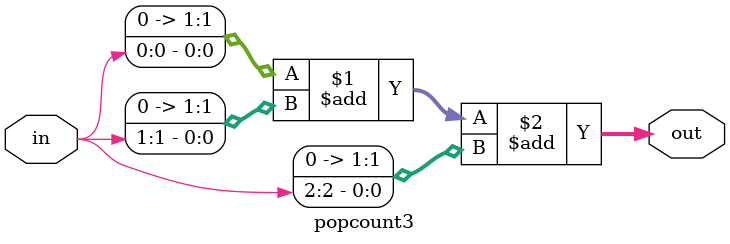
<source format=v>
module popcount3(	// file.cleaned.mlir:2:3
  input  [2:0] in,	// file.cleaned.mlir:2:27
  output [1:0] out	// file.cleaned.mlir:2:41
);

  assign out = {1'h0, in[0]} + {1'h0, in[1]} + {1'h0, in[2]};	// file.cleaned.mlir:3:14, :4:10, :5:10, :6:10, :7:10, :8:10, :9:10, :10:10, :11:5
endmodule


</source>
